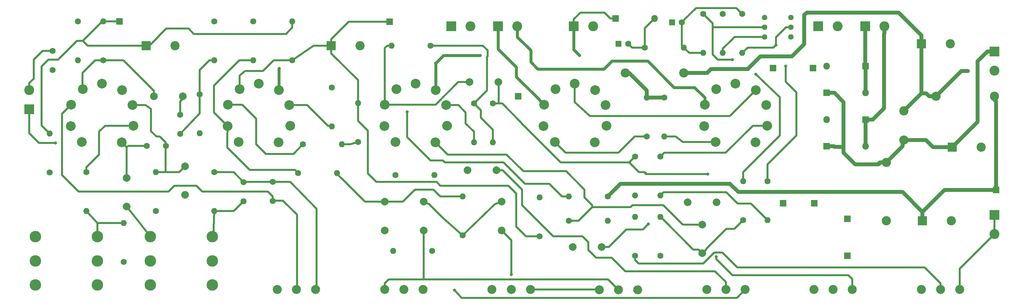
<source format=gtl>
G04 #@! TF.GenerationSoftware,KiCad,Pcbnew,(5.1.4)-1*
G04 #@! TF.CreationDate,2019-12-11T14:43:14+01:00*
G04 #@! TF.ProjectId,JCM800,4a434d38-3030-42e6-9b69-6361645f7063,rev?*
G04 #@! TF.SameCoordinates,Original*
G04 #@! TF.FileFunction,Copper,L1,Top*
G04 #@! TF.FilePolarity,Positive*
%FSLAX46Y46*%
G04 Gerber Fmt 4.6, Leading zero omitted, Abs format (unit mm)*
G04 Created by KiCad (PCBNEW (5.1.4)-1) date 2019-12-11 14:43:14*
%MOMM*%
%LPD*%
G04 APERTURE LIST*
%ADD10C,2.540000*%
%ADD11C,1.600000*%
%ADD12O,1.600000X1.600000*%
%ADD13C,2.400000*%
%ADD14O,2.400000X2.400000*%
%ADD15R,2.400000X2.400000*%
%ADD16C,3.000000*%
%ADD17C,2.000000*%
%ADD18R,2.600000X2.600000*%
%ADD19C,2.600000*%
%ADD20R,1.700000X1.700000*%
%ADD21O,1.800000X1.800000*%
%ADD22R,1.800000X1.800000*%
%ADD23C,2.340000*%
%ADD24C,1.440000*%
%ADD25R,1.600000X1.600000*%
%ADD26C,0.800000*%
%ADD27C,1.000000*%
%ADD28C,0.500000*%
%ADD29C,0.750000*%
%ADD30C,1.000000*%
G04 APERTURE END LIST*
D10*
X201295000Y-88646000D03*
X211709000Y-88773000D03*
X198375000Y-84526000D03*
X198498000Y-78895000D03*
X201498000Y-74891000D03*
X206502000Y-73391000D03*
X211760000Y-75145000D03*
X214756000Y-84399000D03*
X214506000Y-79022000D03*
D11*
X90932000Y-67310000D03*
D12*
X90932000Y-57150000D03*
D13*
X245872000Y-109220000D03*
D14*
X245872000Y-93980000D03*
D15*
X101092000Y-63500000D03*
D13*
X108592000Y-63500000D03*
D16*
X40092000Y-113430000D03*
X40092000Y-119730000D03*
X40092000Y-126030000D03*
X23892000Y-113430000D03*
X23892000Y-119730000D03*
X23892000Y-126030000D03*
X70092000Y-113430000D03*
X70092000Y-119730000D03*
X70092000Y-126030000D03*
X53892000Y-113430000D03*
X53892000Y-119730000D03*
X53892000Y-126030000D03*
D11*
X61722000Y-81534000D03*
X61722000Y-86534000D03*
X85852000Y-99060000D03*
X85852000Y-104060000D03*
D17*
X125222000Y-111760000D03*
X125222000Y-104260000D03*
X145542000Y-104267000D03*
X145542000Y-111767000D03*
X62357000Y-76708000D03*
X54857000Y-76708000D03*
X62992000Y-94996000D03*
X62992000Y-102496000D03*
X47752000Y-98044000D03*
X47752000Y-105544000D03*
X115062000Y-111760000D03*
X115062000Y-104260000D03*
D18*
X228092000Y-58420000D03*
D19*
X233092000Y-58420000D03*
D15*
X255270000Y-109220000D03*
D13*
X262770000Y-109220000D03*
D15*
X255016000Y-62992000D03*
D13*
X262516000Y-62992000D03*
D15*
X52832000Y-63500000D03*
D13*
X60332000Y-63500000D03*
D15*
X263017000Y-90043000D03*
D13*
X270517000Y-90043000D03*
D20*
X216281000Y-69342000D03*
D11*
X57959000Y-89662000D03*
X52959000Y-89662000D03*
X78232000Y-99140000D03*
X78232000Y-104140000D03*
D21*
X240405999Y-89772000D03*
D22*
X230245999Y-89772000D03*
X240405999Y-82787000D03*
D21*
X230245999Y-82787000D03*
X240405999Y-75802000D03*
D22*
X230245999Y-75802000D03*
X240405999Y-68817000D03*
D21*
X230245999Y-68817000D03*
D11*
X46990000Y-120015000D03*
D12*
X46990000Y-109855000D03*
D11*
X37211000Y-96520000D03*
D12*
X37211000Y-106680000D03*
D11*
X55372000Y-106680000D03*
D12*
X55372000Y-96520000D03*
D11*
X27686000Y-96647000D03*
D12*
X27686000Y-86487000D03*
X70612000Y-106680000D03*
D11*
X70612000Y-96520000D03*
X35052000Y-57150000D03*
D12*
X35052000Y-67310000D03*
D11*
X41656000Y-67310000D03*
D12*
X41656000Y-57150000D03*
X66802000Y-86360000D03*
D11*
X66802000Y-76200000D03*
D12*
X70612000Y-67310000D03*
D11*
X70612000Y-57150000D03*
X101219000Y-74422000D03*
D12*
X101219000Y-84582000D03*
D11*
X108077000Y-88646000D03*
D12*
X108077000Y-78486000D03*
D11*
X155448000Y-113284000D03*
D12*
X155448000Y-103124000D03*
X80772000Y-67310000D03*
D11*
X80772000Y-57150000D03*
D12*
X135382000Y-102870000D03*
D11*
X135382000Y-113030000D03*
D18*
X240315000Y-58436000D03*
D19*
X245315000Y-58436000D03*
X169338000Y-58420000D03*
D18*
X164338000Y-58420000D03*
D20*
X226695000Y-69342000D03*
X227076000Y-104648000D03*
X235712000Y-108712000D03*
X235712000Y-118364000D03*
D12*
X103886000Y-89281000D03*
D11*
X93726000Y-89281000D03*
D12*
X102616000Y-96774000D03*
D11*
X92456000Y-96774000D03*
D23*
X170992000Y-127254000D03*
X175992000Y-127254000D03*
X180992000Y-127254000D03*
X86992000Y-127230000D03*
X91992000Y-127230000D03*
X96992000Y-127230000D03*
X208992000Y-127230000D03*
X203992000Y-127230000D03*
X198992000Y-127230000D03*
X143002000Y-127230000D03*
X148002000Y-127230000D03*
X153002000Y-127230000D03*
X124992000Y-127230000D03*
X119992000Y-127230000D03*
X114992000Y-127230000D03*
D17*
X144152000Y-96012000D03*
X136652000Y-96012000D03*
X137160000Y-73025000D03*
X144660000Y-73025000D03*
X197866000Y-117736000D03*
X197866000Y-110236000D03*
X171584000Y-116078000D03*
X164084000Y-116078000D03*
X201556000Y-104394000D03*
X194056000Y-104394000D03*
D23*
X254952000Y-127200000D03*
X259952000Y-127200000D03*
X264952000Y-127200000D03*
X236952000Y-127200000D03*
X231952000Y-127200000D03*
X226952000Y-127200000D03*
D11*
X127381000Y-117094000D03*
D12*
X117221000Y-117094000D03*
X143256000Y-88773000D03*
D11*
X143256000Y-78613000D03*
X138303000Y-78613000D03*
D12*
X138303000Y-88773000D03*
X128016000Y-97282000D03*
D11*
X117856000Y-97282000D03*
X127000000Y-63500000D03*
D12*
X116840000Y-63500000D03*
X173228000Y-109220000D03*
D11*
X163068000Y-109220000D03*
D12*
X163068000Y-102870000D03*
D11*
X173228000Y-102870000D03*
X208534000Y-109093000D03*
D12*
X208534000Y-98933000D03*
D11*
X214884000Y-98933000D03*
D12*
X214884000Y-109093000D03*
X186944000Y-108204000D03*
D11*
X186944000Y-118364000D03*
D12*
X186944000Y-102616000D03*
D11*
X186944000Y-92456000D03*
D12*
X183388000Y-77089000D03*
D11*
X183388000Y-87249000D03*
X187960000Y-77089000D03*
D12*
X187960000Y-87249000D03*
X180340000Y-102616000D03*
D11*
X180340000Y-92456000D03*
X180340000Y-118364000D03*
D12*
X180340000Y-108204000D03*
D10*
X49279000Y-79022000D03*
X49529000Y-84399000D03*
X46533000Y-75145000D03*
X41275000Y-73391000D03*
X36271000Y-74891000D03*
X33271000Y-78895000D03*
X33148000Y-84526000D03*
X46482000Y-88773000D03*
X36068000Y-88646000D03*
X90173000Y-79022000D03*
X90423000Y-84399000D03*
X87427000Y-75145000D03*
X82169000Y-73391000D03*
X77165000Y-74891000D03*
X74165000Y-78895000D03*
X74042000Y-84526000D03*
X87376000Y-88773000D03*
X76962000Y-88646000D03*
X131067000Y-79022000D03*
X131317000Y-84399000D03*
X128321000Y-75145000D03*
X123063000Y-73391000D03*
X118059000Y-74891000D03*
X115059000Y-78895000D03*
X114936000Y-84526000D03*
X128270000Y-88773000D03*
X117856000Y-88646000D03*
X159385000Y-88646000D03*
X169799000Y-88773000D03*
X156465000Y-84526000D03*
X156588000Y-78895000D03*
X159588000Y-74891000D03*
X164592000Y-73391000D03*
X169850000Y-75145000D03*
X172846000Y-84399000D03*
X172596000Y-79022000D03*
D14*
X258826000Y-76708000D03*
D13*
X274066000Y-76708000D03*
D11*
X28448000Y-64897000D03*
X28448000Y-69897000D03*
D18*
X22352000Y-80137000D03*
D19*
X22352000Y-75137000D03*
D14*
X250444000Y-88138000D03*
D13*
X250444000Y-80518000D03*
D18*
X132414000Y-58420000D03*
D19*
X137414000Y-58420000D03*
X149606000Y-58420000D03*
D18*
X144606000Y-58420000D03*
D20*
X149860000Y-76708000D03*
D18*
X274066000Y-65024000D03*
D19*
X274066000Y-70024000D03*
D13*
X193040000Y-70612000D03*
D14*
X177800000Y-70612000D03*
D18*
X274066000Y-107696000D03*
D19*
X274066000Y-112696000D03*
D20*
X218948000Y-104648000D03*
D24*
X214122000Y-61214000D03*
X214122000Y-58674000D03*
X214122000Y-56134000D03*
X220980000Y-56134000D03*
X220980000Y-58674000D03*
X220980000Y-61214000D03*
D25*
X176022000Y-62992000D03*
D11*
X178522000Y-62992000D03*
X192492000Y-57404000D03*
D25*
X189992000Y-57404000D03*
D21*
X185420000Y-56388000D03*
D22*
X175260000Y-56388000D03*
D11*
X182880000Y-64008000D03*
D12*
X193040000Y-64008000D03*
D11*
X198120000Y-55245000D03*
D12*
X198120000Y-65405000D03*
X208280000Y-65405000D03*
D11*
X208280000Y-55245000D03*
X203200000Y-55245000D03*
D12*
X203200000Y-65405000D03*
D20*
X274447000Y-101219000D03*
X116332000Y-57277000D03*
X45847000Y-57150000D03*
D26*
X148082000Y-123317000D03*
X133223000Y-127381000D03*
D27*
X267121000Y-70104000D03*
D26*
X199273943Y-97051943D03*
X183134000Y-96901000D03*
X120904000Y-80772000D03*
X183769000Y-110109000D03*
X201473173Y-118669173D03*
X211760000Y-75145000D03*
X29210000Y-88900000D03*
X211836000Y-70993000D03*
X205740000Y-67183000D03*
X219583000Y-68834000D03*
X217043000Y-63373000D03*
X165862000Y-66083991D03*
X128316167Y-68072000D03*
X87486999Y-69485001D03*
X139954000Y-66083991D03*
D28*
X171168000Y-127230000D02*
X171192000Y-127254000D01*
X153002000Y-127230000D02*
X171168000Y-127230000D01*
D29*
X124992000Y-111990000D02*
X125222000Y-111760000D01*
D28*
X173268000Y-124530000D02*
X175992000Y-127254000D01*
X114992000Y-125559000D02*
X114992000Y-127230000D01*
X116021000Y-124530000D02*
X114992000Y-125559000D01*
X125152000Y-113244213D02*
X125152000Y-124530000D01*
X125222000Y-113174213D02*
X125152000Y-113244213D01*
X125222000Y-111760000D02*
X125222000Y-113174213D01*
X116021000Y-124530000D02*
X125152000Y-124530000D01*
X125152000Y-124530000D02*
X173268000Y-124530000D01*
X50800000Y-109347000D02*
X47752000Y-105544000D01*
X53892000Y-113430000D02*
X50800000Y-109347000D01*
X47752000Y-98044000D02*
X47751999Y-90042999D01*
X47751999Y-90042999D02*
X46482000Y-88773000D01*
X48132998Y-89662000D02*
X47751999Y-90042999D01*
X52959000Y-89662000D02*
X48132998Y-89662000D01*
X57912000Y-96520000D02*
X57912000Y-88773000D01*
X57912000Y-88773000D02*
X56388000Y-87249000D01*
X52606651Y-79022651D02*
X49279000Y-79022000D01*
X54102000Y-80010000D02*
X52606651Y-79022651D01*
X54102000Y-85852000D02*
X54102000Y-80010000D01*
X56388000Y-87249000D02*
X55499000Y-87249000D01*
X55499000Y-87249000D02*
X54102000Y-85852000D01*
X61468000Y-96520000D02*
X62992000Y-94996000D01*
X55372000Y-96520000D02*
X61468000Y-96520000D01*
X75692000Y-106680000D02*
X78232000Y-104140000D01*
X70612000Y-106680000D02*
X75692000Y-106680000D01*
X70612000Y-106680000D02*
X70302000Y-113430000D01*
X75612000Y-96520000D02*
X70612000Y-96520000D01*
X78232000Y-99140000D02*
X75612000Y-96520000D01*
X78312000Y-99060000D02*
X78232000Y-99140000D01*
X85852000Y-99060000D02*
X78312000Y-99060000D01*
X90424000Y-99060000D02*
X85852000Y-99060000D01*
X97234000Y-127230000D02*
X97234000Y-106124000D01*
X97234000Y-106124000D02*
X90424000Y-99060000D01*
X92122000Y-107649000D02*
X92122000Y-127230000D01*
X85852000Y-104013000D02*
X88519000Y-104013000D01*
X88519000Y-104046000D02*
X92122000Y-107649000D01*
X88519000Y-104013000D02*
X88519000Y-104046000D01*
X30861000Y-81305000D02*
X33271000Y-78895000D01*
X30861000Y-97282000D02*
X30861000Y-81305000D01*
X35179000Y-101600000D02*
X30861000Y-97282000D01*
X58674000Y-101600000D02*
X35179000Y-101600000D01*
X85852000Y-102928630D02*
X84523370Y-101600000D01*
X85852000Y-104060000D02*
X85852000Y-102928630D01*
X84523370Y-101600000D02*
X67437000Y-101600000D01*
X67437000Y-101600000D02*
X65913000Y-100076000D01*
X65913000Y-100076000D02*
X60198000Y-100076000D01*
X60198000Y-100076000D02*
X58674000Y-101600000D01*
X61722000Y-78105000D02*
X61722000Y-81280000D01*
X61722000Y-78105000D02*
X63119000Y-76708000D01*
X39497000Y-67310000D02*
X41402000Y-67310000D01*
X36195000Y-74892000D02*
X36195000Y-70612000D01*
X36195000Y-70612000D02*
X39497000Y-67310000D01*
X42533370Y-67310000D02*
X41402000Y-67310000D01*
X46873213Y-67310000D02*
X42533370Y-67310000D01*
X54857000Y-75293787D02*
X46873213Y-67310000D01*
X54857000Y-76708000D02*
X54857000Y-75293787D01*
X66802000Y-69850000D02*
X69342000Y-67310000D01*
X66802000Y-76200000D02*
X66802000Y-69850000D01*
X69342000Y-67310000D02*
X70612000Y-67310000D01*
X66802000Y-81200000D02*
X66802000Y-76200000D01*
X66508000Y-81494000D02*
X66802000Y-81200000D01*
X61722000Y-86534000D02*
X66508000Y-81494000D01*
X143764000Y-104902000D02*
X145542000Y-104267000D01*
X135382000Y-113030000D02*
X143764000Y-104902000D01*
X126636213Y-104902000D02*
X130175000Y-108440787D01*
X125222000Y-104260000D02*
X126636213Y-104902000D01*
X135382000Y-113030000D02*
X130175000Y-108458000D01*
X148082000Y-123317000D02*
X148082000Y-114300000D01*
X148082000Y-114300000D02*
X146548999Y-112766999D01*
X146548999Y-112766999D02*
X146541999Y-112766999D01*
X146541999Y-112766999D02*
X145542000Y-111767000D01*
X102616000Y-97028000D02*
X102616000Y-96774000D01*
X104001370Y-98413370D02*
X102616000Y-97028000D01*
X104013000Y-98413370D02*
X104001370Y-98413370D01*
X115062000Y-104260000D02*
X109859630Y-104260000D01*
X109859630Y-104260000D02*
X104013000Y-98413370D01*
X115062000Y-104260000D02*
X119768000Y-104260000D01*
X119768000Y-104260000D02*
X122936000Y-101092000D01*
X122936000Y-101092000D02*
X127727559Y-101092000D01*
X127727559Y-101092000D02*
X129286000Y-102650441D01*
X129794000Y-102870000D02*
X135382000Y-102870000D01*
X129286000Y-102650441D02*
X129297033Y-102650441D01*
X129516592Y-102870000D02*
X129794000Y-102870000D01*
X129297033Y-102650441D02*
X129516592Y-102870000D01*
D30*
X240405999Y-89772000D02*
X240405999Y-82787000D01*
X242305999Y-82787000D02*
X240405999Y-82787000D01*
X245237000Y-79855999D02*
X242305999Y-82787000D01*
X245237000Y-60352477D02*
X245237000Y-79855999D01*
X245315000Y-58436000D02*
X245315000Y-60274477D01*
X245315000Y-60274477D02*
X245237000Y-60352477D01*
X240405999Y-68817000D02*
X240405999Y-75802000D01*
X240315000Y-68726001D02*
X240405999Y-68817000D01*
X240315000Y-58436000D02*
X240315000Y-68726001D01*
D28*
X135059010Y-129354990D02*
X133223000Y-127381000D01*
X206814010Y-129354990D02*
X135059010Y-129354990D01*
X206883000Y-129286000D02*
X206814010Y-129354990D01*
X208992000Y-127230000D02*
X206936000Y-129286000D01*
X206936000Y-129286000D02*
X206883000Y-129286000D01*
X37211000Y-96520000D02*
X37211000Y-95250000D01*
X37211000Y-95250000D02*
X40513000Y-91948000D01*
X40513000Y-91948000D02*
X40513000Y-85979000D01*
X42093000Y-84399000D02*
X49529000Y-84399000D01*
X40513000Y-85979000D02*
X42093000Y-84399000D01*
X101092000Y-84455000D02*
X101219000Y-84582000D01*
X100203000Y-84455000D02*
X101092000Y-84455000D01*
X90173000Y-79023000D02*
X94771000Y-79023000D01*
X94771000Y-79023000D02*
X100203000Y-84455000D01*
X106045000Y-89281000D02*
X108077000Y-88646000D01*
X103886000Y-89281000D02*
X106045000Y-89281000D01*
X138303000Y-85979000D02*
X138303000Y-88773000D01*
X132863051Y-79022000D02*
X132865400Y-79019651D01*
X131067000Y-79022000D02*
X132863051Y-79022000D01*
X132865400Y-79019651D02*
X134231022Y-79019651D01*
X134231022Y-79019651D02*
X136144000Y-80932629D01*
X136144000Y-80932629D02*
X136144000Y-83820000D01*
X136144000Y-83820000D02*
X138303000Y-85979000D01*
X40492000Y-113030000D02*
X40092000Y-113430000D01*
X40092000Y-113430000D02*
X40092000Y-110450000D01*
X40132000Y-109855000D02*
X40092000Y-109815000D01*
X46990000Y-109855000D02*
X40132000Y-109855000D01*
X40092000Y-110450000D02*
X40092000Y-109815000D01*
X40092000Y-109815000D02*
X37211000Y-106680000D01*
X115708630Y-63500000D02*
X116840000Y-63500000D01*
X115059000Y-64149630D02*
X115708630Y-63500000D01*
X115059000Y-78895000D02*
X115059000Y-64149630D01*
X116855051Y-78895000D02*
X115059000Y-78895000D01*
X128300602Y-78895000D02*
X116855051Y-78895000D01*
X137160000Y-73025000D02*
X134170602Y-73025000D01*
X134170602Y-73025000D02*
X128300602Y-78895000D01*
X77880000Y-78896000D02*
X74165000Y-78896000D01*
X91212999Y-91794001D02*
X84047001Y-91794001D01*
X93726000Y-89281000D02*
X91212999Y-91794001D01*
X84047001Y-91794001D02*
X81534000Y-89281000D01*
X81534000Y-89281000D02*
X81534000Y-82550000D01*
X81534000Y-82550000D02*
X77880000Y-78896000D01*
X79640630Y-67310000D02*
X80772000Y-67310000D01*
X74042000Y-84526000D02*
X72772001Y-83256001D01*
X72772001Y-83256001D02*
X72772001Y-83253775D01*
X72772001Y-83253775D02*
X70485000Y-80966774D01*
X70485000Y-80966774D02*
X70485000Y-73914000D01*
X70485000Y-73914000D02*
X77089000Y-67310000D01*
X77089000Y-67310000D02*
X79640630Y-67310000D01*
X79820399Y-95974001D02*
X73941999Y-90095601D01*
X92456000Y-96774000D02*
X91656001Y-95974001D01*
X91656001Y-95974001D02*
X79820399Y-95974001D01*
X73941999Y-90095601D02*
X73941999Y-86276182D01*
X74042000Y-86176181D02*
X74042000Y-84526000D01*
X73941999Y-86276182D02*
X74042000Y-86176181D01*
D30*
X250444000Y-80518000D02*
X255016000Y-75946000D01*
X256239944Y-75946000D02*
X255016000Y-75946000D01*
X257001944Y-76708000D02*
X258826000Y-76708000D01*
X256239944Y-75946000D02*
X257001944Y-76708000D01*
X255016000Y-60792000D02*
X255016000Y-62992000D01*
X249081010Y-54857010D02*
X255016000Y-60792000D01*
X225050990Y-54857010D02*
X249081010Y-54857010D01*
X224409000Y-55499000D02*
X225050990Y-54857010D01*
X193040000Y-70612000D02*
X199136000Y-70612000D01*
X224409000Y-63119000D02*
X224409000Y-55499000D01*
X199136000Y-70612000D02*
X200152000Y-69596000D01*
X221180999Y-66347001D02*
X224409000Y-63119000D01*
X209804000Y-69502998D02*
X209804000Y-69596000D01*
X212959997Y-66347001D02*
X209804000Y-69502998D01*
X221180999Y-66347001D02*
X212959997Y-66347001D01*
X200152000Y-69596000D02*
X209804000Y-69596000D01*
X255016000Y-75946000D02*
X255016000Y-71882000D01*
X255016000Y-71882000D02*
X255016000Y-62992000D01*
X258826000Y-76708000D02*
X265430000Y-70104000D01*
X265430000Y-70104000D02*
X267121000Y-70104000D01*
X232266000Y-75802000D02*
X230245999Y-75802000D01*
X244047944Y-94234000D02*
X243793944Y-94488000D01*
X243793944Y-94488000D02*
X237744000Y-94488000D01*
X237744000Y-94488000D02*
X234696000Y-91440000D01*
X234696000Y-78232000D02*
X232266000Y-75802000D01*
X232289999Y-89916000D02*
X234696000Y-89916000D01*
X232145999Y-89772000D02*
X232289999Y-89916000D01*
X230245999Y-89772000D02*
X232145999Y-89772000D01*
X234696000Y-91440000D02*
X234696000Y-89916000D01*
X234696000Y-89916000D02*
X234696000Y-78232000D01*
X250444000Y-88138000D02*
X256159000Y-88138000D01*
X263271000Y-90297000D02*
X263017000Y-90297000D01*
X244174944Y-93980000D02*
X245872000Y-93980000D01*
X243793944Y-94361000D02*
X244174944Y-93980000D01*
X243793944Y-94488000D02*
X243793944Y-94361000D01*
X250048550Y-88533450D02*
X250444000Y-88138000D01*
X245872000Y-93980000D02*
X250048550Y-89803450D01*
X250048550Y-89803450D02*
X250048550Y-88533450D01*
X258064000Y-90043000D02*
X263017000Y-90043000D01*
X256159000Y-88138000D02*
X258064000Y-90043000D01*
X269621000Y-67564000D02*
X272161000Y-65024000D01*
X263017000Y-90043000D02*
X269621000Y-83439000D01*
X269621000Y-83439000D02*
X269621000Y-67564000D01*
X272161000Y-65024000D02*
X274066000Y-65024000D01*
D28*
X37592000Y-63500000D02*
X36322000Y-62230000D01*
X53632000Y-63500000D02*
X37592000Y-63500000D01*
X56172000Y-60960000D02*
X53632000Y-63500000D01*
X56172000Y-60922000D02*
X56172000Y-60960000D01*
X90932000Y-58801000D02*
X89281000Y-60452000D01*
X90932000Y-57150000D02*
X90932000Y-58801000D01*
X89281000Y-60452000D02*
X65278000Y-60452000D01*
X65278000Y-60452000D02*
X63881000Y-59055000D01*
X63881000Y-59055000D02*
X58039000Y-59055000D01*
X58039000Y-59055000D02*
X56172000Y-60922000D01*
X41402000Y-57150000D02*
X41656000Y-57150000D01*
X36322000Y-62230000D02*
X41402000Y-57150000D01*
X34798000Y-62230000D02*
X36322000Y-62230000D01*
X29845000Y-67183000D02*
X34798000Y-62230000D01*
X27305000Y-67183000D02*
X29845000Y-67183000D01*
X25527000Y-68961000D02*
X27305000Y-67183000D01*
X25527000Y-84328000D02*
X25527000Y-68961000D01*
X27686000Y-86487000D02*
X25527000Y-84328000D01*
X45847000Y-57150000D02*
X45974000Y-57277000D01*
X41656000Y-57150000D02*
X45847000Y-57150000D01*
X90932000Y-67310000D02*
X96520000Y-63500000D01*
X77165000Y-71323000D02*
X78638000Y-70104000D01*
X77165000Y-74892000D02*
X77165000Y-71323000D01*
X96520000Y-63500000D02*
X101092000Y-63500000D01*
X108077000Y-78486000D02*
X108077000Y-72517000D01*
X101092000Y-65532000D02*
X101092000Y-63500000D01*
X108077000Y-72517000D02*
X101092000Y-65532000D01*
X151892000Y-113284000D02*
X153924000Y-113284000D01*
X149352000Y-110744000D02*
X151892000Y-113284000D01*
X149352000Y-102108000D02*
X149352000Y-110744000D01*
X147320000Y-100076000D02*
X149352000Y-102108000D01*
X129540000Y-100076000D02*
X147320000Y-100076000D01*
X108077000Y-83185000D02*
X110627001Y-85735001D01*
X108077000Y-78486000D02*
X108077000Y-83185000D01*
X110627001Y-85735001D02*
X110627001Y-96911001D01*
X110627001Y-96911001D02*
X112807990Y-99091990D01*
X112807990Y-99091990D02*
X128555990Y-99091990D01*
X128555990Y-99091990D02*
X129540000Y-100076000D01*
X153924000Y-113284000D02*
X155448000Y-113284000D01*
X78638000Y-70104000D02*
X83312000Y-70104000D01*
X86106000Y-67310000D02*
X90932000Y-67310000D01*
X83312000Y-70104000D02*
X86106000Y-67310000D01*
X101092000Y-61800000D02*
X101092000Y-63500000D01*
X105615000Y-57277000D02*
X101092000Y-61800000D01*
X116332000Y-57277000D02*
X105615000Y-57277000D01*
D30*
X255270000Y-107020000D02*
X255270000Y-109220000D01*
X255270000Y-107020000D02*
X255270000Y-106934000D01*
X250063000Y-101727000D02*
X255270000Y-106934000D01*
X176530000Y-99568000D02*
X205024998Y-99568000D01*
X173228000Y-102870000D02*
X176530000Y-99568000D01*
X205024998Y-99568000D02*
X207189999Y-101733001D01*
X207189999Y-101733001D02*
X245583001Y-101733001D01*
X245583001Y-101733001D02*
X245589002Y-101727000D01*
X245589002Y-101727000D02*
X250063000Y-101727000D01*
X255270000Y-106934000D02*
X255270000Y-106807000D01*
X260985000Y-101219000D02*
X274447000Y-101219000D01*
X255270000Y-106934000D02*
X260985000Y-101219000D01*
X274066000Y-77689049D02*
X274066000Y-76708000D01*
X274447000Y-101219000D02*
X274447000Y-78070049D01*
X274447000Y-78070049D02*
X274066000Y-77689049D01*
D28*
X203992000Y-125252000D02*
X203992000Y-127230000D01*
X201168000Y-122428000D02*
X203992000Y-125252000D01*
X177800000Y-122428000D02*
X201168000Y-122428000D01*
X174244000Y-118872000D02*
X177800000Y-122428000D01*
X170180000Y-118872000D02*
X174244000Y-118872000D01*
X168148000Y-116840000D02*
X170180000Y-118872000D01*
X168148000Y-114808000D02*
X168148000Y-116840000D01*
X145796000Y-96012000D02*
X150876000Y-101092000D01*
X144152000Y-96012000D02*
X145796000Y-96012000D01*
X150876000Y-101092000D02*
X150876000Y-105156000D01*
X150876000Y-105156000D02*
X159004000Y-113284000D01*
X159004000Y-113284000D02*
X166624000Y-113284000D01*
X166624000Y-113284000D02*
X168148000Y-114808000D01*
X144907000Y-73286000D02*
X145168000Y-73025000D01*
X145168000Y-78606000D02*
X145161000Y-78613000D01*
X144780000Y-73025000D02*
X144780000Y-78606000D01*
X145161000Y-78613000D02*
X143256000Y-78613000D01*
X145669000Y-78613000D02*
X145161000Y-78613000D01*
X150622000Y-83566000D02*
X145669000Y-78613000D01*
X150622000Y-83693000D02*
X150622000Y-83566000D01*
X160909000Y-93980000D02*
X150622000Y-83693000D01*
X180340000Y-92456000D02*
X178816000Y-93980000D01*
X178816000Y-93980000D02*
X160909000Y-93980000D01*
X199250000Y-97028000D02*
X199273943Y-97051943D01*
X181337001Y-96501001D02*
X178816000Y-93980000D01*
X182734001Y-96501001D02*
X181337001Y-96501001D01*
X183134000Y-96901000D02*
X182734001Y-96501001D01*
X183284943Y-97051943D02*
X183134000Y-96901000D01*
X199273943Y-97051943D02*
X183284943Y-97051943D01*
X206248000Y-111379000D02*
X208534000Y-109093000D01*
X204089000Y-111379000D02*
X206248000Y-111379000D01*
X198865999Y-116602001D02*
X204089000Y-111379000D01*
X197866000Y-117736000D02*
X198865999Y-116736001D01*
X198865999Y-116736001D02*
X198865999Y-116602001D01*
X187743999Y-109003999D02*
X186944000Y-108204000D01*
X195476001Y-116736001D02*
X187743999Y-109003999D01*
X196866001Y-116736001D02*
X195476001Y-116736001D01*
X197866000Y-117736000D02*
X196866001Y-116736001D01*
X192750002Y-110236000D02*
X187680003Y-105166001D01*
X197866000Y-110236000D02*
X192750002Y-110236000D01*
X187680003Y-105166001D02*
X179603997Y-105166001D01*
X179603997Y-105166001D02*
X179105998Y-105664000D01*
X179105998Y-105664000D02*
X169164000Y-105664000D01*
X165608000Y-109220000D02*
X169164000Y-105664000D01*
X163068000Y-109220000D02*
X165608000Y-109220000D01*
X130444990Y-90947990D02*
X128270000Y-88773000D01*
X131445000Y-91948000D02*
X130444990Y-90947990D01*
X146812000Y-91948000D02*
X131445000Y-91948000D01*
X169164000Y-105191998D02*
X167132000Y-103159998D01*
X169164000Y-105664000D02*
X169164000Y-105191998D01*
X167132000Y-103159998D02*
X167132000Y-101092000D01*
X167132000Y-101092000D02*
X162354001Y-96314001D01*
X162354001Y-96314001D02*
X151178001Y-96314001D01*
X151178001Y-96314001D02*
X146812000Y-91948000D01*
X157988000Y-99568000D02*
X161290000Y-102870000D01*
X161290000Y-102870000D02*
X163068000Y-102870000D01*
X151603560Y-99568000D02*
X157988000Y-99568000D01*
X120904000Y-87376000D02*
X127000000Y-93472000D01*
X120904000Y-80772000D02*
X120904000Y-87376000D01*
X127000000Y-93472000D02*
X130140559Y-93472000D01*
X130140559Y-93472000D02*
X130648559Y-93980000D01*
X130648559Y-93980000D02*
X146015560Y-93980000D01*
X146015560Y-93980000D02*
X151603560Y-99568000D01*
X183769000Y-110109000D02*
X182372000Y-111506000D01*
X182372000Y-111506000D02*
X178054000Y-111506000D01*
X173482000Y-116078000D02*
X171584000Y-116078000D01*
X178054000Y-111506000D02*
X173482000Y-116078000D01*
X210566000Y-104775000D02*
X214884000Y-109093000D01*
X207050004Y-104775000D02*
X210566000Y-104775000D01*
X204093014Y-101818010D02*
X207050004Y-104775000D01*
X187743936Y-101818010D02*
X204093014Y-101818010D01*
X186945946Y-102616000D02*
X187743936Y-101818010D01*
X186944000Y-102616000D02*
X186945946Y-102616000D01*
X236952000Y-124490000D02*
X236952000Y-127200000D01*
X235906000Y-123444000D02*
X236952000Y-124490000D01*
X205682315Y-123444000D02*
X235906000Y-123444000D01*
X201473173Y-119234858D02*
X205682315Y-123444000D01*
X201473173Y-118669173D02*
X201473173Y-119234858D01*
X264952000Y-125545371D02*
X264966501Y-125530870D01*
X264952000Y-127200000D02*
X264952000Y-125545371D01*
X264966501Y-121795499D02*
X274066000Y-112696000D01*
X264966501Y-125530870D02*
X264966501Y-121795499D01*
X274066000Y-110857523D02*
X274066000Y-107696000D01*
X274066000Y-112696000D02*
X274066000Y-110857523D01*
D29*
X144606000Y-64342000D02*
X144606000Y-58420000D01*
X149352000Y-69088000D02*
X144606000Y-64342000D01*
X149352000Y-71628000D02*
X149352000Y-69088000D01*
X155318001Y-77594001D02*
X149352000Y-71628000D01*
X156588000Y-78895000D02*
X155318001Y-77625001D01*
X155318001Y-77625001D02*
X155318001Y-77594001D01*
X153082000Y-67738000D02*
X153082000Y-64690000D01*
X154940000Y-69596000D02*
X153082000Y-67738000D01*
X172212000Y-69596000D02*
X154940000Y-69596000D01*
X198498000Y-77098949D02*
X195813050Y-74413999D01*
X198498000Y-78895000D02*
X198498000Y-77098949D01*
X149606000Y-61214000D02*
X149606000Y-58420000D01*
X153082000Y-64690000D02*
X149606000Y-61214000D01*
X195813050Y-74413999D02*
X190491999Y-74413999D01*
X190491999Y-74413999D02*
X183614999Y-67536999D01*
X183614999Y-67536999D02*
X174271001Y-67536999D01*
X174271001Y-67536999D02*
X172212000Y-69596000D01*
D28*
X143256000Y-85471000D02*
X143256000Y-88773000D01*
X140081000Y-82296000D02*
X143256000Y-85471000D01*
X140081000Y-80391000D02*
X138303000Y-78613000D01*
X140081000Y-82296000D02*
X140081000Y-80391000D01*
X135128000Y-63500000D02*
X127000000Y-63500000D01*
X138303000Y-78613000D02*
X141732000Y-75184000D01*
X141732000Y-75184000D02*
X141732000Y-66450002D01*
X141732000Y-66450002D02*
X141858001Y-66324001D01*
X141858001Y-66324001D02*
X141858001Y-64739999D01*
X141858001Y-64739999D02*
X140618002Y-63500000D01*
X140618002Y-63500000D02*
X135128000Y-63500000D01*
X211003000Y-84399000D02*
X214756000Y-84399000D01*
X203962000Y-91440000D02*
X211003000Y-84399000D01*
X186944000Y-92456000D02*
X187960000Y-91440000D01*
X187960000Y-91440000D02*
X203962000Y-91440000D01*
X162179000Y-91440000D02*
X159385000Y-88646000D01*
X176022000Y-91440000D02*
X162179000Y-91440000D01*
X183388000Y-87249000D02*
X180213000Y-87249000D01*
X180213000Y-87249000D02*
X176022000Y-91440000D01*
X192786000Y-88646000D02*
X201295000Y-88646000D01*
X187960000Y-87249000D02*
X190881000Y-87249000D01*
X190881000Y-87249000D02*
X192786000Y-88646000D01*
X164592000Y-78232000D02*
X164592000Y-73391000D01*
X168267593Y-81668407D02*
X164592000Y-78232000D01*
X168514187Y-81915001D02*
X168267593Y-81668407D01*
X211760000Y-75145000D02*
X204989999Y-81915001D01*
X204989999Y-81915001D02*
X168514187Y-81915001D01*
X24892000Y-88900000D02*
X29210000Y-88900000D01*
X22352000Y-80137000D02*
X22352000Y-86360000D01*
X22352000Y-86360000D02*
X24892000Y-88900000D01*
X23495000Y-67183000D02*
X25781000Y-64897000D01*
X25781000Y-64897000D02*
X28448000Y-64897000D01*
X23495000Y-72155523D02*
X23495000Y-67183000D01*
X22352000Y-73298523D02*
X23495000Y-72155523D01*
X22352000Y-75137000D02*
X22352000Y-73298523D01*
D30*
X178816000Y-70612000D02*
X177800000Y-70612000D01*
X183388000Y-77089000D02*
X183388000Y-75184000D01*
X183388000Y-75184000D02*
X178816000Y-70612000D01*
X183388000Y-77089000D02*
X187960000Y-77089000D01*
D28*
X198120000Y-120396000D02*
X181240630Y-120396000D01*
X259952000Y-127200000D02*
X259952000Y-125545371D01*
X180340000Y-119495370D02*
X180340000Y-118364000D01*
X259952000Y-125545371D02*
X255818629Y-121412000D01*
X181240630Y-120396000D02*
X180340000Y-119495370D01*
X255818629Y-121412000D02*
X207010000Y-121412000D01*
X207010000Y-121412000D02*
X203117172Y-117519172D01*
X203117172Y-117519172D02*
X200996828Y-117519172D01*
X200996828Y-117519172D02*
X198120000Y-120396000D01*
X213092137Y-58662370D02*
X200544630Y-58662370D01*
X213103767Y-58674000D02*
X213092137Y-58662370D01*
X214122000Y-58674000D02*
X213103767Y-58674000D01*
X200544630Y-58662370D02*
X200544630Y-58420000D01*
X218059000Y-76962000D02*
X218059000Y-86995000D01*
X218059000Y-86995000D02*
X208534000Y-96520000D01*
X208534000Y-96520000D02*
X208534000Y-98933000D01*
X211836000Y-70993000D02*
X218059000Y-76962000D01*
X200544630Y-57669630D02*
X198120000Y-55245000D01*
X200544630Y-58662370D02*
X200544630Y-57669630D01*
X200544630Y-65797630D02*
X200544630Y-58662370D01*
X201930000Y-67183000D02*
X200544630Y-65797630D01*
X205740000Y-67183000D02*
X201930000Y-67183000D01*
X214884000Y-94488000D02*
X222377000Y-86995000D01*
X214884000Y-98933000D02*
X214884000Y-94488000D01*
X222377000Y-86995000D02*
X222377000Y-75692000D01*
X222377000Y-75692000D02*
X219583000Y-72898000D01*
X219583000Y-72898000D02*
X219583000Y-68834000D01*
X217043000Y-63373000D02*
X216408000Y-64008000D01*
X216408000Y-64008000D02*
X209677000Y-64008000D01*
X217043000Y-61338767D02*
X217043000Y-63373000D01*
X220980000Y-58674000D02*
X219707767Y-58674000D01*
X219707767Y-58674000D02*
X217043000Y-61338767D01*
X209677000Y-64008000D02*
X208280000Y-65405000D01*
X185420000Y-56388000D02*
X183896000Y-57912000D01*
X182880000Y-58928000D02*
X183896000Y-57912000D01*
X182880000Y-64008000D02*
X182880000Y-58928000D01*
X179578000Y-64008000D02*
X178522000Y-62992000D01*
X182880000Y-64008000D02*
X179578000Y-64008000D01*
D29*
X164338000Y-64559991D02*
X165862000Y-66083991D01*
X164338000Y-58420000D02*
X164338000Y-64559991D01*
D28*
X164338000Y-56620000D02*
X166094000Y-54864000D01*
X164338000Y-58420000D02*
X164338000Y-56620000D01*
X173860000Y-56388000D02*
X175260000Y-56388000D01*
X172336000Y-54864000D02*
X173860000Y-56388000D01*
X166094000Y-54864000D02*
X172336000Y-54864000D01*
D29*
X128321000Y-75145000D02*
X128316167Y-68072000D01*
X87427000Y-75145000D02*
X87427000Y-69545000D01*
X87427000Y-69545000D02*
X87486999Y-69485001D01*
X128316167Y-68072000D02*
X130094167Y-66294000D01*
X139388315Y-66083991D02*
X139380917Y-66091389D01*
X139954000Y-66083991D02*
X139388315Y-66083991D01*
X130296778Y-66091389D02*
X130094167Y-66294000D01*
X139380917Y-66091389D02*
X130296778Y-66091389D01*
D28*
X203200000Y-64273630D02*
X205751630Y-61722000D01*
X205751630Y-61722000D02*
X205751630Y-61710370D01*
X206248000Y-61214000D02*
X214122000Y-61214000D01*
X205751630Y-61710370D02*
X206248000Y-61214000D01*
X203200000Y-64273630D02*
X203200000Y-65405000D01*
X192492000Y-63460000D02*
X193040000Y-64008000D01*
X192492000Y-57404000D02*
X192492000Y-63460000D01*
X193291999Y-56604001D02*
X192492000Y-57404000D01*
X196201001Y-53694999D02*
X193291999Y-56604001D01*
X206729999Y-53694999D02*
X196201001Y-53694999D01*
X193040000Y-64008000D02*
X194437000Y-65405000D01*
X208280000Y-55245000D02*
X206729999Y-53694999D01*
X194437000Y-65405000D02*
X198120000Y-65405000D01*
M02*

</source>
